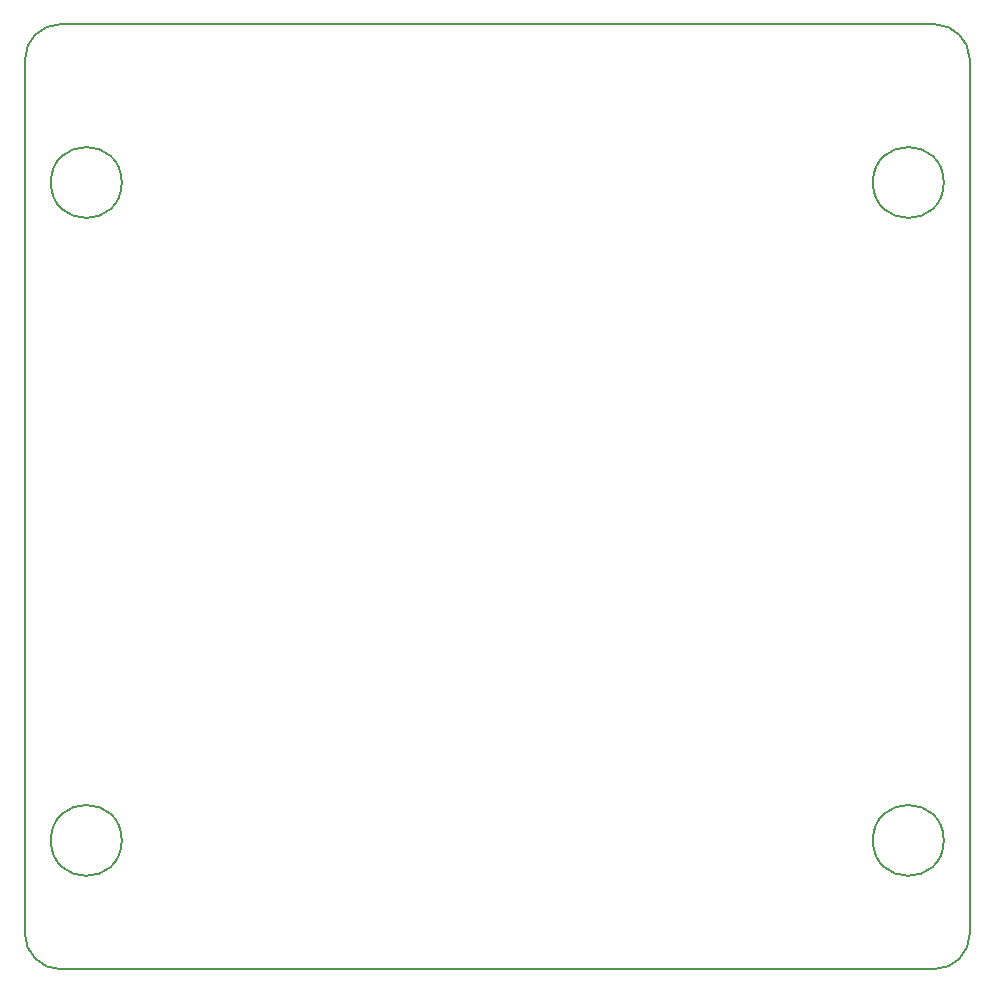
<source format=gko>
G75*
G70*
%OFA0B0*%
%FSLAX25Y25*%
%IPPOS*%
%LPD*%
%AMOC8*
5,1,8,0,0,1.08239X$1,22.5*
%
%ADD10C,0.00787*%
X0000000Y0000000D02*
%LPD*%
G01*
D10*
X0011811Y0000000D02*
X0303150Y0000000D01*
X0032283Y0262205D02*
G75*
G02*
X0008661Y0262205I-011811J0000000D01*
G01*
X0008661Y0262205D02*
G75*
G02*
X0032283Y0262205I0011811J0000000D01*
G01*
X0000000Y0303150D02*
X0000000Y0011811D01*
X0000000Y0303150D02*
G75*
G02*
X0011811Y0314961I0011811J0000000D01*
G01*
X0306299Y0042913D02*
G75*
G02*
X0282677Y0042913I-011811J0000000D01*
G01*
X0282677Y0042913D02*
G75*
G02*
X0306299Y0042913I0011811J0000000D01*
G01*
X0303150Y0314961D02*
G75*
G02*
X0314961Y0303150I0000000J-011811D01*
G01*
X0303150Y0314961D02*
X0011811Y0314961D01*
X0011811Y0000000D02*
G75*
G02*
X0000000Y0011811I0000000J0011811D01*
G01*
X0314961Y0011811D02*
X0314961Y0303150D01*
X0032283Y0042913D02*
G75*
G02*
X0008661Y0042913I-011811J0000000D01*
G01*
X0008661Y0042913D02*
G75*
G02*
X0032283Y0042913I0011811J0000000D01*
G01*
X0314961Y0011811D02*
G75*
G02*
X0303150Y0000000I-011811J0000000D01*
G01*
X0306299Y0262205D02*
G75*
G02*
X0282677Y0262205I-011811J0000000D01*
G01*
X0282677Y0262205D02*
G75*
G02*
X0306299Y0262205I0011811J0000000D01*
G01*
X0272638Y0015551D02*
G01*
G75*
X0105561Y0149803D02*
G01*
G75*
X0045965Y0016043D02*
G01*
G75*
M02*

</source>
